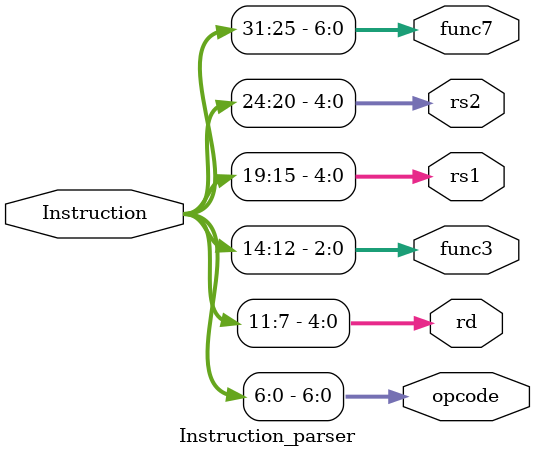
<source format=v>
`timescale 1ns / 1ps


module Instruction_parser(
    input [31:0]Instruction,
    output [6:0]opcode,
    output [4:0]rd,
    output [2:0]func3,
    output [4:0]rs1,
    output [4:0]rs2,
    output [6:0]func7
    );
    assign opcode = Instruction[6:0];
    assign rd = Instruction[11:7];
    assign func3 = Instruction[14:12];
    assign rs1 = Instruction[19:15];
    assign rs2 = Instruction[24:20];
    assign func7 = Instruction[31:25];
endmodule

</source>
